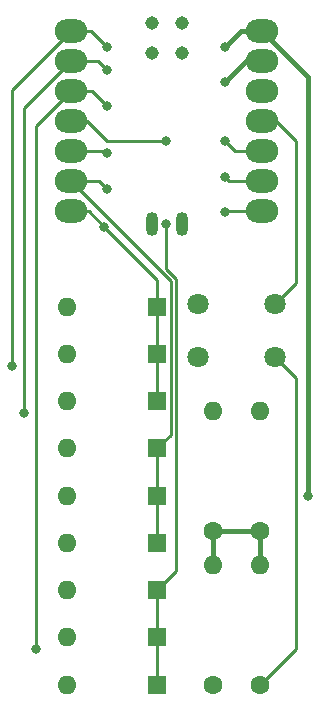
<source format=gtl>
%TF.GenerationSoftware,KiCad,Pcbnew,(6.0.10)*%
%TF.CreationDate,2023-02-27T17:13:15-08:00*%
%TF.ProjectId,Top PCB,546f7020-5043-4422-9e6b-696361645f70,rev?*%
%TF.SameCoordinates,Original*%
%TF.FileFunction,Copper,L1,Top*%
%TF.FilePolarity,Positive*%
%FSLAX46Y46*%
G04 Gerber Fmt 4.6, Leading zero omitted, Abs format (unit mm)*
G04 Created by KiCad (PCBNEW (6.0.10)) date 2023-02-27 17:13:15*
%MOMM*%
%LPD*%
G01*
G04 APERTURE LIST*
%TA.AperFunction,SMDPad,CuDef*%
%ADD10O,2.748280X1.998980*%
%TD*%
%TA.AperFunction,SMDPad,CuDef*%
%ADD11O,1.016000X2.032000*%
%TD*%
%TA.AperFunction,SMDPad,CuDef*%
%ADD12C,1.143000*%
%TD*%
%TA.AperFunction,ComponentPad*%
%ADD13R,1.600000X1.600000*%
%TD*%
%TA.AperFunction,ComponentPad*%
%ADD14O,1.600000X1.600000*%
%TD*%
%TA.AperFunction,ComponentPad*%
%ADD15C,1.800000*%
%TD*%
%TA.AperFunction,ComponentPad*%
%ADD16C,1.600000*%
%TD*%
%TA.AperFunction,ViaPad*%
%ADD17C,0.800000*%
%TD*%
%TA.AperFunction,Conductor*%
%ADD18C,0.254000*%
%TD*%
%TA.AperFunction,Conductor*%
%ADD19C,0.381000*%
%TD*%
G04 APERTURE END LIST*
D10*
%TO.P,U1,1,PA02_A0_D0*%
%TO.N,C0*%
X138943120Y-54677180D03*
%TO.P,U1,2,PA4_A1_D1*%
%TO.N,C1*%
X138943120Y-57217180D03*
%TO.P,U1,3,PA10_A2_D2*%
%TO.N,C2*%
X138943120Y-59757180D03*
%TO.P,U1,4,PA11_A3_D3*%
%TO.N,DLED*%
X138943120Y-62297180D03*
%TO.P,U1,5,PA8_A4_D4_SDA*%
%TO.N,R0*%
X138943120Y-64837180D03*
%TO.P,U1,6,PA9_A5_D5_SCL*%
%TO.N,R1*%
X138943120Y-67377180D03*
%TO.P,U1,7,PB08_A6_D6_TX*%
%TO.N,R2*%
X138943120Y-69917180D03*
%TO.P,U1,8,PB09_A7_D7_RX*%
%TO.N,A2*%
X155107680Y-69917180D03*
%TO.P,U1,9,PA7_A8_D8_SCK*%
%TO.N,A1*%
X155107680Y-67377180D03*
%TO.P,U1,10,PA5_A9_D9_MISO*%
%TO.N,A0*%
X155107680Y-64837180D03*
%TO.P,U1,11,PA6_A10_D10_MOSI*%
%TO.N,Net-(SW1-Pad1)*%
X155107680Y-62297180D03*
%TO.P,U1,12,3V3*%
%TO.N,unconnected-(U1-Pad12)*%
X155107680Y-59757180D03*
%TO.P,U1,13,GND*%
%TO.N,GND*%
X155107680Y-57217180D03*
%TO.P,U1,14,5V*%
%TO.N,+5V*%
X155107680Y-54677180D03*
D11*
%TO.P,U1,15,5V*%
%TO.N,unconnected-(U1-Pad15)*%
X145810000Y-70995000D03*
%TO.P,U1,16,GND*%
%TO.N,unconnected-(U1-Pad16)*%
X148360000Y-70995000D03*
D12*
%TO.P,U1,17,PA31_SWDIO*%
%TO.N,unconnected-(U1-Pad17)*%
X145808803Y-53990813D03*
%TO.P,U1,18,PA30_SWCLK*%
%TO.N,unconnected-(U1-Pad18)*%
X148348803Y-53990813D03*
%TO.P,U1,19,RESET*%
%TO.N,unconnected-(U1-Pad19)*%
X145808803Y-56530813D03*
%TO.P,U1,20,GND*%
%TO.N,unconnected-(U1-Pad20)*%
X148348803Y-56530813D03*
%TD*%
D13*
%TO.P,D7,1,K*%
%TO.N,R0*%
X146280000Y-102000000D03*
D14*
%TO.P,D7,2,A*%
%TO.N,Net-(D7-Pad2)*%
X138660000Y-102000000D03*
%TD*%
D13*
%TO.P,D8,1,K*%
%TO.N,R1*%
X146280000Y-90000000D03*
D14*
%TO.P,D8,2,A*%
%TO.N,Net-(D8-Pad2)*%
X138660000Y-90000000D03*
%TD*%
D15*
%TO.P,SW1,1,A*%
%TO.N,Net-(SW1-Pad1)*%
X156250000Y-77750000D03*
%TO.P,SW1,2,A*%
X149750000Y-82250000D03*
%TO.P,SW1,3,B*%
%TO.N,Net-(R5-Pad1)*%
X156250000Y-82250000D03*
%TO.P,SW1,4,B*%
X149750000Y-77750000D03*
%TD*%
D13*
%TO.P,D9,1,K*%
%TO.N,R2*%
X146280000Y-78000000D03*
D14*
%TO.P,D9,2,A*%
%TO.N,Net-(D9-Pad2)*%
X138660000Y-78000000D03*
%TD*%
D16*
%TO.P,R2,1*%
%TO.N,+5V*%
X155000000Y-97000000D03*
D14*
%TO.P,R2,2*%
%TO.N,C1*%
X155000000Y-86840000D03*
%TD*%
D13*
%TO.P,D2,1,K*%
%TO.N,R1*%
X146280000Y-98000000D03*
D14*
%TO.P,D2,2,A*%
%TO.N,Net-(D2-Pad2)*%
X138660000Y-98000000D03*
%TD*%
D13*
%TO.P,D1,1,K*%
%TO.N,R0*%
X146280000Y-110000000D03*
D14*
%TO.P,D1,2,A*%
%TO.N,Net-(D1-Pad2)*%
X138660000Y-110000000D03*
%TD*%
D13*
%TO.P,D6,1,K*%
%TO.N,R2*%
X146280000Y-82000000D03*
D14*
%TO.P,D6,2,A*%
%TO.N,Net-(D6-Pad2)*%
X138660000Y-82000000D03*
%TD*%
D13*
%TO.P,D3,1,K*%
%TO.N,R2*%
X146280000Y-86000000D03*
D14*
%TO.P,D3,2,A*%
%TO.N,Net-(D3-Pad2)*%
X138660000Y-86000000D03*
%TD*%
D13*
%TO.P,D4,1,K*%
%TO.N,R0*%
X146280000Y-106000000D03*
D14*
%TO.P,D4,2,A*%
%TO.N,Net-(D4-Pad2)*%
X138660000Y-106000000D03*
%TD*%
D16*
%TO.P,R1,1*%
%TO.N,+5V*%
X151000000Y-97000000D03*
D14*
%TO.P,R1,2*%
%TO.N,C0*%
X151000000Y-86840000D03*
%TD*%
D16*
%TO.P,R3,1*%
%TO.N,C2*%
X151000000Y-110000000D03*
D14*
%TO.P,R3,2*%
%TO.N,+5V*%
X151000000Y-99840000D03*
%TD*%
D16*
%TO.P,R5,1*%
%TO.N,Net-(R5-Pad1)*%
X155000000Y-110000000D03*
D14*
%TO.P,R5,2*%
%TO.N,+5V*%
X155000000Y-99840000D03*
%TD*%
D13*
%TO.P,D5,1,K*%
%TO.N,R1*%
X146280000Y-94000000D03*
D14*
%TO.P,D5,2,A*%
%TO.N,Net-(D5-Pad2)*%
X138660000Y-94000000D03*
%TD*%
D17*
%TO.N,R0*%
X147000000Y-71000000D03*
X142000000Y-65000000D03*
%TO.N,R1*%
X142000000Y-68000000D03*
%TO.N,R2*%
X141769256Y-71230744D03*
%TO.N,+5V*%
X152000000Y-56000000D03*
X159000000Y-94000000D03*
%TO.N,GND*%
X152000000Y-59000000D03*
%TO.N,C0*%
X142000000Y-56000000D03*
X134000000Y-83000000D03*
%TO.N,C1*%
X142000000Y-58000000D03*
X135000000Y-87000000D03*
%TO.N,C2*%
X142000000Y-61000000D03*
X136000000Y-107000000D03*
%TO.N,DLED*%
X147000000Y-64000000D03*
%TO.N,A0*%
X152000000Y-64000000D03*
%TO.N,A1*%
X152000000Y-67000000D03*
%TO.N,A2*%
X152000000Y-70000000D03*
%TD*%
D18*
%TO.N,R0*%
X147000000Y-71000000D02*
X147000000Y-74792008D01*
X142000000Y-65000000D02*
X141837180Y-64837180D01*
X147000000Y-74792008D02*
X147861000Y-75653008D01*
X146280000Y-102000000D02*
X146280000Y-106000000D01*
X147861000Y-100419000D02*
X147861000Y-75653008D01*
X146280000Y-106000000D02*
X146280000Y-110000000D01*
X146280000Y-102000000D02*
X147861000Y-100419000D01*
X141837180Y-64837180D02*
X138943120Y-64837180D01*
%TO.N,R1*%
X141377180Y-67377180D02*
X138943120Y-67377180D01*
X147407000Y-75841060D02*
X138943120Y-67377180D01*
X146280000Y-94000000D02*
X146280000Y-98000000D01*
X146280000Y-90000000D02*
X147407000Y-88873000D01*
X146280000Y-90000000D02*
X146280000Y-94000000D01*
X147407000Y-88873000D02*
X147407000Y-75841060D01*
X142000000Y-68000000D02*
X141377180Y-67377180D01*
%TO.N,R2*%
X146280000Y-78000000D02*
X146280000Y-75741488D01*
X146280000Y-82000000D02*
X146280000Y-78000000D01*
X138943120Y-69917180D02*
X140455692Y-69917180D01*
X140455692Y-69917180D02*
X141769256Y-71230744D01*
X146280000Y-75741488D02*
X141769256Y-71230744D01*
X146280000Y-86000000D02*
X146280000Y-82000000D01*
D19*
%TO.N,+5V*%
X153322820Y-54677180D02*
X152000000Y-56000000D01*
X155107680Y-54677180D02*
X153322820Y-54677180D01*
X151000000Y-97000000D02*
X151000000Y-99840000D01*
X159000000Y-58569500D02*
X159000000Y-94000000D01*
X155107680Y-54677180D02*
X159000000Y-58569500D01*
X151000000Y-97000000D02*
X155000000Y-97000000D01*
X155000000Y-97000000D02*
X155000000Y-99840000D01*
%TO.N,GND*%
X155107680Y-57217180D02*
X153782820Y-57217180D01*
X153782820Y-57217180D02*
X152000000Y-59000000D01*
D18*
%TO.N,C0*%
X140677180Y-54677180D02*
X142000000Y-56000000D01*
X138943120Y-54677180D02*
X140677180Y-54677180D01*
X134000000Y-83000000D02*
X134000000Y-59620300D01*
X134000000Y-59620300D02*
X138943120Y-54677180D01*
%TO.N,C1*%
X138943120Y-57217180D02*
X141217180Y-57217180D01*
X135000000Y-61160300D02*
X138943120Y-57217180D01*
X141217180Y-57217180D02*
X142000000Y-58000000D01*
X135000000Y-87000000D02*
X135000000Y-61160300D01*
%TO.N,C2*%
X140757180Y-59757180D02*
X142000000Y-61000000D01*
X136000000Y-107000000D02*
X136000000Y-62700300D01*
X138943120Y-59757180D02*
X140757180Y-59757180D01*
X136000000Y-62700300D02*
X138943120Y-59757180D01*
%TO.N,DLED*%
X142000000Y-64000000D02*
X147000000Y-64000000D01*
X140297180Y-62297180D02*
X142000000Y-64000000D01*
X138943120Y-62297180D02*
X140297180Y-62297180D01*
%TO.N,Net-(R5-Pad1)*%
X158000000Y-107000000D02*
X158000000Y-84000000D01*
X155000000Y-110000000D02*
X158000000Y-107000000D01*
X158000000Y-84000000D02*
X156250000Y-82250000D01*
%TO.N,A0*%
X152837180Y-64837180D02*
X152000000Y-64000000D01*
X155107680Y-64837180D02*
X152837180Y-64837180D01*
%TO.N,A1*%
X152377180Y-67377180D02*
X152000000Y-67000000D01*
X155107680Y-67377180D02*
X152377180Y-67377180D01*
%TO.N,A2*%
X152082820Y-69917180D02*
X152000000Y-70000000D01*
X155107680Y-69917180D02*
X152082820Y-69917180D01*
%TO.N,Net-(SW1-Pad1)*%
X156250000Y-77750000D02*
X158000000Y-76000000D01*
X156297180Y-62297180D02*
X155107680Y-62297180D01*
X158000000Y-76000000D02*
X158000000Y-64000000D01*
X158000000Y-64000000D02*
X156297180Y-62297180D01*
%TD*%
M02*

</source>
